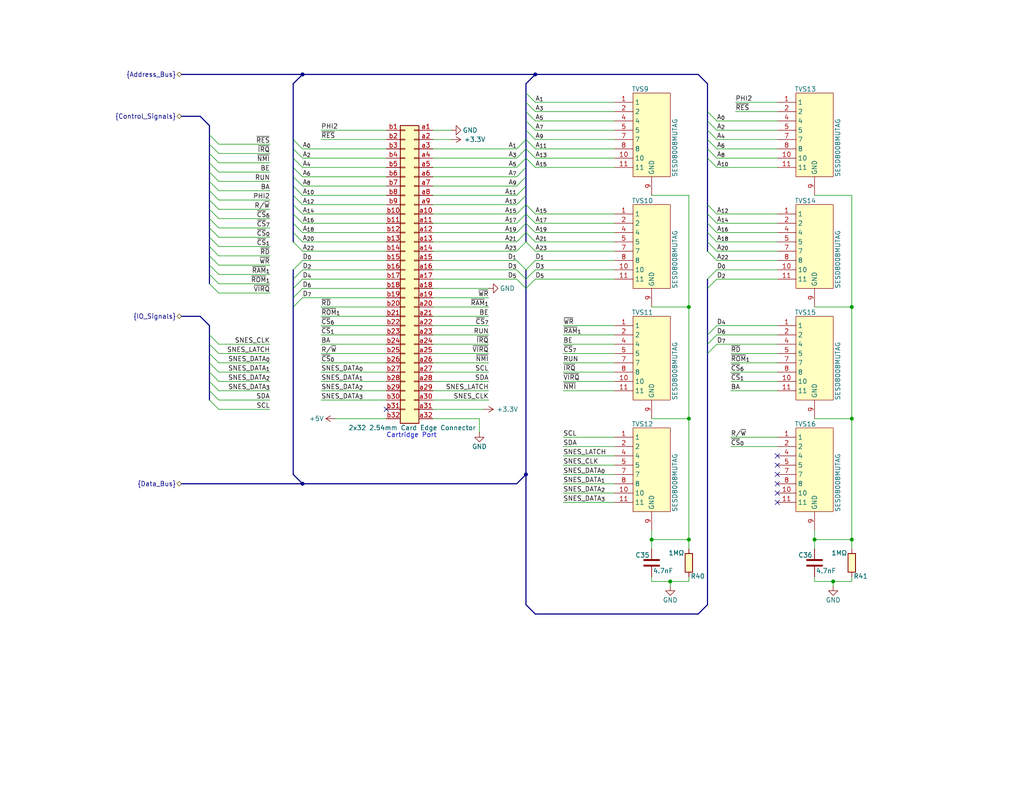
<source format=kicad_sch>
(kicad_sch (version 20231120) (generator "eeschema") (generator_version "8.0")
  (paper "USLetter")
  (lib_symbols
    (symbol "Device:C" (pin_numbers hide) (pin_names (offset 0.254))
      (property "Reference" "C" (at 0.635 2.54 0))
      (property "Value" "C" (at 0.635 -2.54 0))
      (symbol "C_0_1"
        (polyline (pts (xy -2.032 -0.762) (xy 2.032 -0.762)) (stroke (width 0.508)))
        (polyline (pts (xy -2.032 0.762) (xy 2.032 0.762)) (stroke (width 0.508)))
      )
      (symbol "C_1_1"
        (pin passive line (at 0 3.81 270) (length 2.794) (name "~") (number "1"))
        (pin passive line (at 0 -3.81 90) (length 2.794) (name "~") (number "2"))
      )
    )
    (symbol "Device:R" (pin_numbers hide) (pin_names (offset 0))
      (property "Reference" "R" (at 2.032 0 90))
      (property "Value" "R" (at 0 0 90))
      (symbol "R_1_1"
        (rectangle (start -1.016 2.54) (end 1.016 -2.54) (stroke (width 0.254)) (fill (type background)))
        (pin passive line (at 0 3.81 270) (length 1.27) (name "~") (number "1"))
        (pin passive line (at 0 -3.81 90) (length 1.27) (name "~") (number "2"))
      )
    )
    (symbol "Sentinel 65X - Prototype 4 V2:Conn_02x32_Row_Letter_First" (pin_names hide)
      (property "Reference" "P" (at 4.2183 -0.3627 0))
      (symbol "Conn_02x32_Row_Letter_First_1_1"
        (rectangle (start 3.81 -78.613) (end 5.08 -78.867) (stroke (width 0.1524)))
        (rectangle (start 3.81 -76.073) (end 5.08 -76.327) (stroke (width 0.1524)))
        (rectangle (start 3.81 -73.533) (end 5.08 -73.787) (stroke (width 0.1524)))
        (rectangle (start 3.81 -70.993) (end 5.08 -71.247) (stroke (width 0.1524)))
        (rectangle (start 3.81 -68.453) (end 5.08 -68.707) (stroke (width 0.1524)))
        (rectangle (start 3.81 -65.913) (end 5.08 -66.167) (stroke (width 0.1524)))
        (rectangle (start 3.81 -63.373) (end 5.08 -63.627) (stroke (width 0.1524)))
        (rectangle (start 3.81 -60.833) (end 5.08 -61.087) (stroke (width 0.1524)))
        (rectangle (start 3.81 -58.293) (end 5.08 -58.547) (stroke (width 0.1524)))
        (rectangle (start 3.81 -55.753) (end 5.08 -56.007) (stroke (width 0.1524)))
        (rectangle (start 3.81 -53.213) (end 5.08 -53.467) (stroke (width 0.1524)))
        (rectangle (start 3.81 -50.673) (end 5.08 -50.927) (stroke (width 0.1524)))
        (rectangle (start 3.81 -48.133) (end 5.08 -48.387) (stroke (width 0.1524)))
        (rectangle (start 3.81 -45.593) (end 5.08 -45.847) (stroke (width 0.1524)))
        (rectangle (start 3.81 -43.053) (end 5.08 -43.307) (stroke (width 0.1524)))
        (rectangle (start 3.81 -40.513) (end 5.08 -40.767) (stroke (width 0.1524)))
        (rectangle (start 3.81 -37.973) (end 5.08 -38.227) (stroke (width 0.1524)))
        (rectangle (start 3.81 -35.433) (end 5.08 -35.687) (stroke (width 0.1524)))
        (rectangle (start 3.81 -32.893) (end 5.08 -33.147) (stroke (width 0.1524)))
        (rectangle (start 3.81 -30.353) (end 5.08 -30.607) (stroke (width 0.1524)))
        (rectangle (start 3.81 -27.813) (end 5.08 -28.067) (stroke (width 0.1524)))
        (rectangle (start 3.81 -25.273) (end 5.08 -25.527) (stroke (width 0.1524)))
        (rectangle (start 3.81 -22.733) (end 5.08 -22.987) (stroke (width 0.1524)))
        (rectangle (start 3.81 -20.193) (end 5.08 -20.447) (stroke (width 0.1524)))
        (rectangle (start 3.81 -17.653) (end 5.08 -17.907) (stroke (width 0.1524)))
        (rectangle (start 3.81 -15.113) (end 5.08 -15.367) (stroke (width 0.1524)))
        (rectangle (start 3.81 -12.573) (end 5.08 -12.827) (stroke (width 0.1524)))
        (rectangle (start 3.81 -10.033) (end 5.08 -10.287) (stroke (width 0.1524)))
        (rectangle (start 3.81 -7.493) (end 5.08 -7.747) (stroke (width 0.1524)))
        (rectangle (start 3.81 -4.953) (end 5.08 -5.207) (stroke (width 0.1524)))
        (rectangle (start 3.81 -2.413) (end 5.08 -2.667) (stroke (width 0.1524)))
        (rectangle (start 3.81 -1.27) (end 8.89 -82.55) (stroke (width 0.254)) (fill (type background)))
        (rectangle (start 8.89 -78.613) (end 7.62 -78.867) (stroke (width 0.1524)))
        (rectangle (start 8.89 -76.073) (end 7.62 -76.327) (stroke (width 0.1524)))
        (rectangle (start 8.89 -73.533) (end 7.62 -73.787) (stroke (width 0.1524)))
        (rectangle (start 8.89 -70.993) (end 7.62 -71.247) (stroke (width 0.1524)))
        (rectangle (start 8.89 -68.453) (end 7.62 -68.707) (stroke (width 0.1524)))
        (rectangle (start 8.89 -65.913) (end 7.62 -66.167) (stroke (width 0.1524)))
        (rectangle (start 8.89 -63.373) (end 7.62 -63.627) (stroke (width 0.1524)))
        (rectangle (start 8.89 -60.833) (end 7.62 -61.087) (stroke (width 0.1524)))
        (rectangle (start 8.89 -58.293) (end 7.62 -58.547) (stroke (width 0.1524)))
        (rectangle (start 8.89 -55.753) (end 7.62 -56.007) (stroke (width 0.1524)))
        (rectangle (start 8.89 -53.213) (end 7.62 -53.467) (stroke (width 0.1524)))
        (rectangle (start 8.89 -50.673) (end 7.62 -50.927) (stroke (width 0.1524)))
        (rectangle (start 8.89 -48.133) (end 7.62 -48.387) (stroke (width 0.1524)))
        (rectangle (start 8.89 -45.593) (end 7.62 -45.847) (stroke (width 0.1524)))
        (rectangle (start 8.89 -43.053) (end 7.62 -43.307) (stroke (width 0.1524)))
        (rectangle (start 8.89 -40.513) (end 7.62 -40.767) (stroke (width 0.1524)))
        (rectangle (start 8.89 -37.973) (end 7.62 -38.227) (stroke (width 0.1524)))
        (rectangle (start 8.89 -35.433) (end 7.62 -35.687) (stroke (width 0.1524)))
        (rectangle (start 8.89 -32.893) (end 7.62 -33.147) (stroke (width 0.1524)))
        (rectangle (start 8.89 -30.353) (end 7.62 -30.607) (stroke (width 0.1524)))
        (rectangle (start 8.89 -27.813) (end 7.62 -28.067) (stroke (width 0.1524)))
        (rectangle (start 8.89 -25.273) (end 7.62 -25.527) (stroke (width 0.1524)))
        (rectangle (start 8.89 -22.733) (end 7.62 -22.987) (stroke (width 0.1524)))
        (rectangle (start 8.89 -20.193) (end 7.62 -20.447) (stroke (width 0.1524)))
        (rectangle (start 8.89 -17.653) (end 7.62 -17.907) (stroke (width 0.1524)))
        (rectangle (start 8.89 -15.113) (end 7.62 -15.367) (stroke (width 0.1524)))
        (rectangle (start 8.89 -12.573) (end 7.62 -12.827) (stroke (width 0.1524)))
        (rectangle (start 8.89 -10.033) (end 7.62 -10.287) (stroke (width 0.1524)))
        (rectangle (start 8.89 -7.493) (end 7.62 -7.747) (stroke (width 0.1524)))
        (rectangle (start 8.89 -4.953) (end 7.62 -5.207) (stroke (width 0.1524)))
        (rectangle (start 8.89 -2.413) (end 7.62 -2.667) (stroke (width 0.1524)))
        (pin passive line (at 0 -2.54 0) (length 3.81) (name "Pin_a1") (number "a1"))
        (pin passive line (at 0 -25.4 0) (length 3.81) (name "Pin_a10") (number "a10"))
        (pin passive line (at 0 -27.94 0) (length 3.81) (name "Pin_a11") (number "a11"))
        (pin passive line (at 0 -30.48 0) (length 3.81) (name "Pin_a12") (number "a12"))
        (pin passive line (at 0 -33.02 0) (length 3.81) (name "Pin_a13") (number "a13"))
        (pin passive line (at 0 -35.56 0) (length 3.81) (name "Pin_a14") (number "a14"))
        (pin passive line (at 0 -38.1 0) (length 3.81) (name "Pin_a15") (number "a15"))
        (pin passive line (at 0 -40.64 0) (length 3.81) (name "Pin_a16") (number "a16"))
        (pin passive line (at 0 -43.18 0) (length 3.81) (name "Pin_a17") (number "a17"))
        (pin passive line (at 0 -45.72 0) (length 3.81) (name "Pin_a18") (number "a18"))
        (pin passive line (at 0 -48.26 0) (length 3.81) (name "Pin_a19") (number "a19"))
        (pin passive line (at 0 -5.08 0) (length 3.81) (name "Pin_a2") (number "a2"))
        (pin passive line (at 0 -50.8 0) (length 3.81) (name "Pin_a20") (number "a20"))
        (pin passive line (at 0 -53.34 0) (length 3.81) (name "Pin_a21") (number "a21"))
        (pin passive line (at 0 -55.88 0) (length 3.81) (name "Pin_a22") (number "a22"))
        (pin passive line (at 0 -58.42 0) (length 3.81) (name "Pin_a23") (number "a23"))
        (pin passive line (at 0 -60.96 0) (length 3.81) (name "Pin_a24") (number "a24"))
        (pin passive line (at 0 -63.5 0) (length 3.81) (name "Pin_a25") (number "a25"))
        (pin passive line (at 0 -66.04 0) (length 3.81) (name "Pin_a26") (number "a26"))
        (pin passive line (at 0 -68.58 0) (length 3.81) (name "Pin_a27") (number "a27"))
        (pin passive line (at 0 -71.12 0) (length 3.81) (name "Pin_a28") (number "a28"))
        (pin passive line (at 0 -73.66 0) (length 3.81) (name "Pin_a29") (number "a29"))
        (pin passive line (at 0 -7.62 0) (length 3.81) (name "Pin_a3") (number "a3"))
        (pin passive line (at 0 -76.2 0) (length 3.81) (name "Pin_a30") (number "a30"))
        (pin passive line (at 0 -78.74 0) (length 3.81) (name "Pin_a31") (number "a31"))
        (pin passive line (at 0 -81.28 0) (length 3.81) (name "Pin_a32") (number "a32"))
        (pin passive line (at 0 -10.16 0) (length 3.81) (name "Pin_a4") (number "a4"))
        (pin passive line (at 0 -12.7 0) (length 3.81) (name "Pin_a5") (number "a5"))
        (pin passive line (at 0 -15.24 0) (length 3.81) (name "Pin_a6") (number "a6"))
        (pin passive line (at 0 -17.78 0) (length 3.81) (name "Pin_a7") (number "a7"))
        (pin passive line (at 0 -20.32 0) (length 3.81) (name "Pin_a8") (number "a8"))
        (pin passive line (at 0 -22.86 0) (length 3.81) (name "Pin_a9") (number "a9"))
        (pin passive line (at 12.7 -2.54 180) (length 3.81) (name "Pin_b1") (number "b1"))
        (pin passive line (at 12.7 -25.4 180) (length 3.81) (name "Pin_b10") (number "b10"))
        (pin passive line (at 12.7 -27.94 180) (length 3.81) (name "Pin_b11") (number "b11"))
        (pin passive line (at 12.7 -30.48 180) (length 3.81) (name "Pin_b12") (number "b12"))
        (pin passive line (at 12.7 -33.02 180) (length 3.81) (name "Pin_b13") (number "b13"))
        (pin passive line (at 12.7 -35.56 180) (length 3.81) (name "Pin_b14") (number "b14"))
        (pin passive line (at 12.7 -38.1 180) (length 3.81) (name "Pin_b15") (number "b15"))
        (pin passive line (at 12.7 -40.64 180) (length 3.81) (name "Pin_b16") (number "b16"))
        (pin passive line (at 12.7 -43.18 180) (length 3.81) (name "Pin_b17") (number "b17"))
        (pin passive line (at 12.7 -45.72 180) (length 3.81) (name "Pin_b18") (number "b18"))
        (pin passive line (at 12.7 -48.26 180) (length 3.81) (name "Pin_b19") (number "b19"))
        (pin passive line (at 12.7 -5.08 180) (length 3.81) (name "Pin_b2") (number "b2"))
        (pin passive line (at 12.7 -50.8 180) (length 3.81) (name "Pin_b20") (number "b20"))
        (pin passive line (at 12.7 -53.34 180) (length 3.81) (name "Pin_b21") (number "b21"))
        (pin passive line (at 12.7 -55.88 180) (length 3.81) (name "Pin_b22") (number "b22"))
        (pin passive line (at 12.7 -58.42 180) (length 3.81) (name "Pin_b23") (number "b23"))
        (pin passive line (at 12.7 -60.96 180) (length 3.81) (name "Pin_b24") (number "b24"))
        (pin passive line (at 12.7 -63.5 180) (length 3.81) (name "Pin_b25") (number "b25"))
        (pin passive line (at 12.7 -66.04 180) (length 3.81) (name "Pin_b26") (number "b26"))
        (pin passive line (at 12.7 -68.58 180) (length 3.81) (name "Pin_b27") (number "b27"))
        (pin passive line (at 12.7 -71.12 180) (length 3.81) (name "Pin_b28") (number "b28"))
        (pin passive line (at 12.7 -73.66 180) (length 3.81) (name "Pin_b29") (number "b29"))
        (pin passive line (at 12.7 -7.62 180) (length 3.81) (name "Pin_b3") (number "b3"))
        (pin passive line (at 12.7 -76.2 180) (length 3.81) (name "Pin_b30") (number "b30"))
        (pin passive line (at 12.7 -78.74 180) (length 3.81) (name "Pin_b31") (number "b31"))
        (pin passive line (at 12.7 -81.28 180) (length 3.81) (name "Pin_b32") (number "b32"))
        (pin passive line (at 12.7 -10.16 180) (length 3.81) (name "Pin_b4") (number "b4"))
        (pin passive line (at 12.7 -12.7 180) (length 3.81) (name "Pin_b5") (number "b5"))
        (pin passive line (at 12.7 -15.24 180) (length 3.81) (name "Pin_b6") (number "b6"))
        (pin passive line (at 12.7 -17.78 180) (length 3.81) (name "Pin_b7") (number "b7"))
        (pin passive line (at 12.7 -20.32 180) (length 3.81) (name "Pin_b8") (number "b8"))
        (pin passive line (at 12.7 -22.86 180) (length 3.81) (name "Pin_b9") (number "b9"))
      )
    )
    (symbol "Sentinel 65X - Prototype 4 V2:SESD8008MUTAG"
      (property "Reference" "TVS" (at 1.4943 0.8827 0))
      (property "Value" "SESD8008MUTAG" (at 2.1741 2.9086 0))
      (symbol "SESD8008MUTAG_1_1"
        (rectangle (start 0 0) (end 10.16 -22.86) (fill (type background)))
        (pin input line (at -5.08 -2.54 0) (length 5.08) (name "1") (number "1"))
        (pin input line (at -5.08 -17.78 0) (length 5.08) (name "10") (number "10"))
        (pin input line (at -5.08 -20.32 0) (length 5.08) (name "11") (number "11"))
        (pin power_in line (at 5.08 -27.94 90) (length 5.08) hide (name "GND") (number "12"))
        (pin power_in line (at 5.08 -27.94 90) (length 5.08) hide (name "GND") (number "13"))
        (pin power_in line (at 5.08 -27.94 90) (length 5.08) hide (name "GND") (number "14"))
        (pin input line (at -5.08 -5.08 0) (length 5.08) (name "2") (number "2"))
        (pin power_in line (at 5.08 -27.94 90) (length 5.08) hide (name "GND") (number "3"))
        (pin input line (at -5.08 -7.62 0) (length 5.08) (name "4") (number "4"))
        (pin input line (at -5.08 -10.16 0) (length 5.08) (name "5") (number "5"))
        (pin power_in line (at 5.08 -27.94 90) (length 5.08) hide (name "GND") (number "6"))
        (pin input line (at -5.08 -12.7 0) (length 5.08) (name "7") (number "7"))
        (pin input line (at -5.08 -15.24 0) (length 5.08) (name "8") (number "8"))
        (pin power_in line (at 5.08 -27.94 90) (length 5.08) (name "GND") (number "9"))
      )
    )
    (symbol "power:+3.3V" (power) (pin_numbers hide) (pin_names (offset 0) hide)
      (property "Value" "+3.3V" (at 0 3.556 0))
      (symbol "+3.3V_0_1"
        (polyline (pts (xy -0.762 1.27) (xy 0 2.54)))
        (polyline (pts (xy 0 0) (xy 0 2.54)))
        (polyline (pts (xy 0 2.54) (xy 0.762 1.27)))
      )
      (symbol "+3.3V_1_1"
        (pin power_in line (at 0 0 90) (length 0) (name "~") (number "1"))
      )
    )
    (symbol "power:+5V" (power) (pin_numbers hide) (pin_names (offset 0) hide)
      (property "Value" "+5V" (at 0 3.556 0))
      (symbol "+5V_0_1"
        (polyline (pts (xy -0.762 1.27) (xy 0 2.54)))
        (polyline (pts (xy 0 0) (xy 0 2.54)))
        (polyline (pts (xy 0 2.54) (xy 0.762 1.27)))
      )
      (symbol "+5V_1_1"
        (pin power_in line (at 0 0 90) (length 0) (name "~") (number "1"))
      )
    )
    (symbol "power:GND" (power) (pin_numbers hide) (pin_names (offset 0) hide)
      (property "Value" "GND" (at 0 -3.81 0))
      (symbol "GND_0_1"
        (polyline (pts (xy 0 0) (xy 0 -1.27) (xy 1.27 -1.27) (xy 0 -2.54) (xy -1.27 -1.27) (xy 0 -1.27)))
      )
      (symbol "GND_1_1"
        (pin power_in line (at 0 0 270) (length 0) (name "~") (number "1"))
      )
    )
  )
  (junction (at 82.55 20.32))
  (junction (at 232.41 114.3))
  (junction (at 232.41 147.32))
  (junction (at 187.96 147.32))
  (junction (at 187.96 114.3))
  (junction (at 232.41 83.82))
  (junction (at 227.33 158.75))
  (junction (at 146.05 20.32))
  (junction (at 222.25 147.32))
  (junction (at 177.8 147.32))
  (junction (at 82.55 132.08))
  (junction (at 182.88 158.75))
  (junction (at 187.96 83.82))
  (junction (at 143.51 129.54))
  (no_connect (at 212.09 137.16))
  (no_connect (at 212.09 124.46))
  (no_connect (at 212.09 127))
  (no_connect (at 212.09 134.62))
  (no_connect (at 212.09 132.08))
  (no_connect (at 212.09 129.54))
  (no_connect (at 105.41 111.76))
  (bus_entry (at 193.04 96.52) (size 2.54 -2.54))
  (bus_entry (at 80.01 60.96) (size 2.54 2.54))
  (bus_entry (at 193.04 91.44) (size 2.54 -2.54))
  (bus_entry (at 57.15 59.69) (size 2.54 2.54))
  (bus_entry (at 140.97 43.18) (size 2.54 -2.54))
  (bus_entry (at 80.01 38.1) (size 2.54 2.54))
  (bus_entry (at 80.01 81.28) (size 2.54 -2.54))
  (bus_entry (at 140.97 48.26) (size 2.54 -2.54))
  (bus_entry (at 80.01 76.2) (size 2.54 -2.54))
  (bus_entry (at 146.05 58.42) (size -2.54 -2.54))
  (bus_entry (at 146.05 33.02) (size -2.54 -2.54))
  (bus_entry (at 140.97 63.5) (size 2.54 -2.54))
  (bus_entry (at 140.97 40.64) (size 2.54 -2.54))
  (bus_entry (at 57.15 39.37) (size 2.54 2.54))
  (bus_entry (at 146.05 27.94) (size -2.54 -2.54))
  (bus_entry (at 140.97 73.66) (size 2.54 2.54))
  (bus_entry (at 140.97 50.8) (size 2.54 -2.54))
  (bus_entry (at 57.15 77.47) (size 2.54 2.54))
  (bus_entry (at 140.97 68.58) (size 2.54 -2.54))
  (bus_entry (at 80.01 48.26) (size 2.54 2.54))
  (bus_entry (at 146.05 35.56) (size -2.54 -2.54))
  (bus_entry (at 57.15 64.77) (size 2.54 2.54))
  (bus_entry (at 57.15 74.93) (size 2.54 2.54))
  (bus_entry (at 146.05 66.04) (size -2.54 -2.54))
  (bus_entry (at 193.04 60.96) (size 2.54 2.54))
  (bus_entry (at 80.01 55.88) (size 2.54 2.54))
  (bus_entry (at 80.01 73.66) (size 2.54 -2.54))
  (bus_entry (at 193.04 43.18) (size 2.54 2.54))
  (bus_entry (at 140.97 76.2) (size 2.54 2.54))
  (bus_entry (at 57.15 91.44) (size 2.54 2.54))
  (bus_entry (at 146.05 71.12) (size -2.54 2.54))
  (bus_entry (at 193.04 30.48) (size 2.54 2.54))
  (bus_entry (at 57.15 99.06) (size 2.54 2.54))
  (bus_entry (at 57.15 36.83) (size 2.54 2.54))
  (bus_entry (at 193.04 68.58) (size 2.54 2.54))
  (bus_entry (at 193.04 93.98) (size 2.54 -2.54))
  (bus_entry (at 57.15 104.14) (size 2.54 2.54))
  (bus_entry (at 193.04 78.74) (size 2.54 -2.54))
  (bus_entry (at 146.05 38.1) (size -2.54 -2.54))
  (bus_entry (at 140.97 55.88) (size 2.54 -2.54))
  (bus_entry (at 57.15 101.6) (size 2.54 2.54))
  (bus_entry (at 57.15 106.68) (size 2.54 2.54))
  (bus_entry (at 193.04 40.64) (size 2.54 2.54))
  (bus_entry (at 80.01 58.42) (size 2.54 2.54))
  (bus_entry (at 57.15 109.22) (size 2.54 2.54))
  (bus_entry (at 80.01 43.18) (size 2.54 2.54))
  (bus_entry (at 57.15 41.91) (size 2.54 2.54))
  (bus_entry (at 80.01 78.74) (size 2.54 -2.54))
  (bus_entry (at 193.04 76.2) (size 2.54 -2.54))
  (bus_entry (at 146.05 30.48) (size -2.54 -2.54))
  (bus_entry (at 140.97 71.12) (size 2.54 2.54))
  (bus_entry (at 146.05 76.2) (size -2.54 2.54))
  (bus_entry (at 140.97 66.04) (size 2.54 -2.54))
  (bus_entry (at 57.15 93.98) (size 2.54 2.54))
  (bus_entry (at 80.01 50.8) (size 2.54 2.54))
  (bus_entry (at 57.15 67.31) (size 2.54 2.54))
  (bus_entry (at 146.05 60.96) (size -2.54 -2.54))
  (bus_entry (at 80.01 45.72) (size 2.54 2.54))
  (bus_entry (at 57.15 52.07) (size 2.54 2.54))
  (bus_entry (at 57.15 54.61) (size 2.54 2.54))
  (bus_entry (at 193.04 35.56) (size 2.54 2.54))
  (bus_entry (at 146.05 43.18) (size -2.54 -2.54))
  (bus_entry (at 80.01 53.34) (size 2.54 2.54))
  (bus_entry (at 193.04 63.5) (size 2.54 2.54))
  (bus_entry (at 146.05 45.72) (size -2.54 -2.54))
  (bus_entry (at 193.04 55.88) (size 2.54 2.54))
  (bus_entry (at 57.15 49.53) (size 2.54 2.54))
  (bus_entry (at 80.01 63.5) (size 2.54 2.54))
  (bus_entry (at 80.01 83.82) (size 2.54 -2.54))
  (bus_entry (at 146.05 73.66) (size -2.54 2.54))
  (bus_entry (at 146.05 40.64) (size -2.54 -2.54))
  (bus_entry (at 57.15 72.39) (size 2.54 2.54))
  (bus_entry (at 57.15 96.52) (size 2.54 2.54))
  (bus_entry (at 57.15 57.15) (size 2.54 2.54))
  (bus_entry (at 57.15 62.23) (size 2.54 2.54))
  (bus_entry (at 80.01 66.04) (size 2.54 2.54))
  (bus_entry (at 57.15 69.85) (size 2.54 2.54))
  (bus_entry (at 140.97 60.96) (size 2.54 -2.54))
  (bus_entry (at 146.05 63.5) (size -2.54 -2.54))
  (bus_entry (at 140.97 45.72) (size 2.54 -2.54))
  (bus_entry (at 140.97 53.34) (size 2.54 -2.54))
  (bus_entry (at 193.04 66.04) (size 2.54 2.54))
  (bus_entry (at 193.04 33.02) (size 2.54 2.54))
  (bus_entry (at 80.01 40.64) (size 2.54 2.54))
  (bus_entry (at 57.15 46.99) (size 2.54 2.54))
  (bus_entry (at 140.97 58.42) (size 2.54 -2.54))
  (bus_entry (at 193.04 58.42) (size 2.54 2.54))
  (bus_entry (at 193.04 38.1) (size 2.54 2.54))
  (bus_entry (at 146.05 68.58) (size -2.54 -2.54))
  (bus_entry (at 57.15 44.45) (size 2.54 2.54))
  (wire (pts (xy 222.25 147.32) (xy 232.41 147.32)))
  (bus (pts (xy 143.51 55.88) (xy 143.51 53.34)))
  (bus (pts (xy 193.04 55.88) (xy 193.04 58.42)))
  (bus (pts (xy 143.51 40.64) (xy 143.51 38.1)))
  (bus (pts (xy 57.15 93.98) (xy 57.15 96.52)))
  (bus (pts (xy 193.04 38.1) (xy 193.04 40.64)))
  (wire (pts (xy 82.55 63.5) (xy 105.41 63.5)))
  (wire (pts (xy 146.05 38.1) (xy 167.64 38.1)))
  (bus (pts (xy 193.04 35.56) (xy 193.04 38.1)))
  (wire (pts (xy 153.67 93.98) (xy 167.64 93.98)))
  (bus (pts (xy 57.15 39.37) (xy 57.15 41.91)))
  (wire (pts (xy 200.66 30.48) (xy 212.09 30.48)))
  (bus (pts (xy 143.51 76.2) (xy 143.51 78.74)))
  (bus (pts (xy 80.01 55.88) (xy 80.01 53.34)))
  (bus (pts (xy 140.97 132.08) (xy 82.55 132.08)))
  (wire (pts (xy 195.58 88.9) (xy 212.09 88.9)))
  (wire (pts (xy 153.67 132.08) (xy 167.64 132.08)))
  (wire (pts (xy 195.58 68.58) (xy 212.09 68.58)))
  (bus (pts (xy 143.51 50.8) (xy 143.51 48.26)))
  (wire (pts (xy 87.63 99.06) (xy 105.41 99.06)))
  (wire (pts (xy 59.69 57.15) (xy 73.66 57.15)))
  (bus (pts (xy 193.04 96.52) (xy 193.04 165.1)))
  (bus (pts (xy 80.01 63.5) (xy 80.01 60.96)))
  (bus (pts (xy 143.51 27.94) (xy 143.51 25.4)))
  (wire (pts (xy 182.88 158.75) (xy 182.88 160.02)))
  (wire (pts (xy 59.69 46.99) (xy 73.66 46.99)))
  (wire (pts (xy 59.69 69.85) (xy 73.66 69.85)))
  (wire (pts (xy 59.69 80.01) (xy 73.66 80.01)))
  (wire (pts (xy 195.58 63.5) (xy 212.09 63.5)))
  (bus (pts (xy 54.61 86.36) (xy 57.15 88.9)))
  (bus (pts (xy 143.51 33.02) (xy 143.51 30.48)))
  (wire (pts (xy 82.55 43.18) (xy 105.41 43.18)))
  (wire (pts (xy 153.67 88.9) (xy 167.64 88.9)))
  (wire (pts (xy 146.05 73.66) (xy 167.64 73.66)))
  (bus (pts (xy 143.51 45.72) (xy 143.51 43.18)))
  (bus (pts (xy 80.01 22.86) (xy 82.55 20.32)))
  (wire (pts (xy 59.69 62.23) (xy 73.66 62.23)))
  (wire (pts (xy 118.11 48.26) (xy 140.97 48.26)))
  (wire (pts (xy 82.55 53.34) (xy 105.41 53.34)))
  (wire (pts (xy 82.55 66.04) (xy 105.41 66.04)))
  (wire (pts (xy 153.67 137.16) (xy 167.64 137.16)))
  (wire (pts (xy 59.69 49.53) (xy 73.66 49.53)))
  (wire (pts (xy 222.25 53.34) (xy 232.41 53.34)))
  (wire (pts (xy 222.25 114.3) (xy 232.41 114.3)))
  (bus (pts (xy 57.15 99.06) (xy 57.15 101.6)))
  (wire (pts (xy 59.69 74.93) (xy 73.66 74.93)))
  (wire (pts (xy 118.11 45.72) (xy 140.97 45.72)))
  (bus (pts (xy 80.01 50.8) (xy 80.01 48.26)))
  (wire (pts (xy 105.41 114.3) (xy 91.44 114.3)))
  (wire (pts (xy 153.67 96.52) (xy 167.64 96.52)))
  (wire (pts (xy 153.67 106.68) (xy 167.64 106.68)))
  (wire (pts (xy 199.39 106.68) (xy 212.09 106.68)))
  (bus (pts (xy 57.15 88.9) (xy 57.15 91.44)))
  (bus (pts (xy 193.04 22.86) (xy 193.04 30.48)))
  (bus (pts (xy 143.51 43.18) (xy 143.51 40.64)))
  (wire (pts (xy 82.55 81.28) (xy 105.41 81.28)))
  (bus (pts (xy 143.51 22.86) (xy 143.51 25.4)))
  (bus (pts (xy 143.51 73.66) (xy 143.51 76.2)))
  (wire (pts (xy 59.69 109.22) (xy 73.66 109.22)))
  (wire (pts (xy 177.8 158.75) (xy 182.88 158.75)))
  (bus (pts (xy 57.15 104.14) (xy 57.15 106.68)))
  (wire (pts (xy 195.58 45.72) (xy 212.09 45.72)))
  (wire (pts (xy 153.67 101.6) (xy 167.64 101.6)))
  (wire (pts (xy 118.11 66.04) (xy 140.97 66.04)))
  (wire (pts (xy 199.39 104.14) (xy 212.09 104.14)))
  (bus (pts (xy 80.01 81.28) (xy 80.01 83.82)))
  (wire (pts (xy 195.58 43.18) (xy 212.09 43.18)))
  (wire (pts (xy 232.41 53.34) (xy 232.41 83.82)))
  (wire (pts (xy 222.25 158.75) (xy 227.33 158.75)))
  (bus (pts (xy 49.53 20.32) (xy 82.55 20.32)))
  (bus (pts (xy 143.51 66.04) (xy 143.51 63.5)))
  (bus (pts (xy 49.53 132.08) (xy 82.55 132.08)))
  (bus (pts (xy 57.15 57.15) (xy 57.15 59.69)))
  (wire (pts (xy 195.58 33.02) (xy 212.09 33.02)))
  (bus (pts (xy 193.04 43.18) (xy 193.04 55.88)))
  (bus (pts (xy 193.04 63.5) (xy 193.04 66.04)))
  (bus (pts (xy 193.04 58.42) (xy 193.04 60.96)))
  (wire (pts (xy 118.11 111.76) (xy 132.08 111.76)))
  (wire (pts (xy 87.63 86.36) (xy 105.41 86.36)))
  (wire (pts (xy 195.58 35.56) (xy 212.09 35.56)))
  (wire (pts (xy 195.58 38.1) (xy 212.09 38.1)))
  (wire (pts (xy 59.69 96.52) (xy 73.66 96.52)))
  (wire (pts (xy 182.88 158.75) (xy 187.96 158.75)))
  (wire (pts (xy 59.69 67.31) (xy 73.66 67.31)))
  (wire (pts (xy 177.8 83.82) (xy 187.96 83.82)))
  (wire (pts (xy 59.69 101.6) (xy 73.66 101.6)))
  (wire (pts (xy 82.55 71.12) (xy 105.41 71.12)))
  (wire (pts (xy 153.67 129.54) (xy 167.64 129.54)))
  (wire (pts (xy 118.11 38.1) (xy 123.19 38.1)))
  (bus (pts (xy 57.15 41.91) (xy 57.15 44.45)))
  (wire (pts (xy 82.55 58.42) (xy 105.41 58.42)))
  (bus (pts (xy 193.04 40.64) (xy 193.04 43.18)))
  (bus (pts (xy 80.01 60.96) (xy 80.01 58.42)))
  (bus (pts (xy 146.05 167.64) (xy 190.5 167.64)))
  (wire (pts (xy 133.35 91.44) (xy 118.11 91.44)))
  (wire (pts (xy 153.67 134.62) (xy 167.64 134.62)))
  (bus (pts (xy 80.01 38.1) (xy 80.01 22.86)))
  (wire (pts (xy 146.05 58.42) (xy 167.64 58.42)))
  (bus (pts (xy 80.01 40.64) (xy 80.01 38.1)))
  (bus (pts (xy 80.01 83.82) (xy 80.01 129.54)))
  (bus (pts (xy 80.01 43.18) (xy 80.01 40.64)))
  (wire (pts (xy 232.41 114.3) (xy 232.41 147.32)))
  (wire (pts (xy 133.35 99.06) (xy 118.11 99.06)))
  (bus (pts (xy 57.15 106.68) (xy 57.15 109.22)))
  (bus (pts (xy 193.04 91.44) (xy 193.04 93.98)))
  (wire (pts (xy 187.96 147.32) (xy 187.96 149.86)))
  (wire (pts (xy 199.39 96.52) (xy 212.09 96.52)))
  (bus (pts (xy 57.15 59.69) (xy 57.15 62.23)))
  (wire (pts (xy 118.11 55.88) (xy 140.97 55.88)))
  (wire (pts (xy 118.11 73.66) (xy 140.97 73.66)))
  (wire (pts (xy 118.11 93.98) (xy 133.35 93.98)))
  (wire (pts (xy 195.58 66.04) (xy 212.09 66.04)))
  (wire (pts (xy 153.67 127) (xy 167.64 127)))
  (wire (pts (xy 87.63 38.1) (xy 105.41 38.1)))
  (wire (pts (xy 153.67 119.38) (xy 167.64 119.38)))
  (wire (pts (xy 133.35 88.9) (xy 118.11 88.9)))
  (wire (pts (xy 118.11 43.18) (xy 140.97 43.18)))
  (wire (pts (xy 146.05 35.56) (xy 167.64 35.56)))
  (bus (pts (xy 57.15 36.83) (xy 57.15 39.37)))
  (wire (pts (xy 59.69 54.61) (xy 73.66 54.61)))
  (wire (pts (xy 187.96 53.34) (xy 187.96 83.82)))
  (bus (pts (xy 57.15 101.6) (xy 57.15 104.14)))
  (wire (pts (xy 177.8 53.34) (xy 187.96 53.34)))
  (wire (pts (xy 59.69 52.07) (xy 73.66 52.07)))
  (wire (pts (xy 59.69 39.37) (xy 73.66 39.37)))
  (wire (pts (xy 177.8 158.75) (xy 177.8 157.48)))
  (wire (pts (xy 82.55 40.64) (xy 105.41 40.64)))
  (wire (pts (xy 232.41 158.75) (xy 232.41 157.48)))
  (wire (pts (xy 87.63 101.6) (xy 105.41 101.6)))
  (wire (pts (xy 87.63 109.22) (xy 105.41 109.22)))
  (bus (pts (xy 57.15 62.23) (xy 57.15 64.77)))
  (bus (pts (xy 57.15 67.31) (xy 57.15 69.85)))
  (wire (pts (xy 118.11 76.2) (xy 140.97 76.2)))
  (bus (pts (xy 82.55 20.32) (xy 146.05 20.32)))
  (wire (pts (xy 82.55 68.58) (xy 105.41 68.58)))
  (wire (pts (xy 59.69 93.98) (xy 73.66 93.98)))
  (wire (pts (xy 87.63 93.98) (xy 105.41 93.98)))
  (wire (pts (xy 222.25 147.32) (xy 222.25 144.78)))
  (bus (pts (xy 143.51 165.1) (xy 146.05 167.64)))
  (wire (pts (xy 146.05 63.5) (xy 167.64 63.5)))
  (wire (pts (xy 153.67 91.44) (xy 167.64 91.44)))
  (bus (pts (xy 57.15 74.93) (xy 57.15 77.47)))
  (wire (pts (xy 153.67 99.06) (xy 167.64 99.06)))
  (wire (pts (xy 130.81 114.3) (xy 130.81 118.11)))
  (bus (pts (xy 143.51 30.48) (xy 143.51 27.94)))
  (bus (pts (xy 80.01 78.74) (xy 80.01 81.28)))
  (wire (pts (xy 59.69 41.91) (xy 73.66 41.91)))
  (wire (pts (xy 200.66 27.94) (xy 212.09 27.94)))
  (wire (pts (xy 87.63 106.68) (xy 105.41 106.68)))
  (wire (pts (xy 82.55 76.2) (xy 105.41 76.2)))
  (wire (pts (xy 82.55 55.88) (xy 105.41 55.88)))
  (wire (pts (xy 59.69 99.06) (xy 73.66 99.06)))
  (bus (pts (xy 49.53 31.75) (xy 54.61 31.75)))
  (wire (pts (xy 146.05 27.94) (xy 167.64 27.94)))
  (bus (pts (xy 193.04 76.2) (xy 193.04 78.74)))
  (wire (pts (xy 187.96 158.75) (xy 187.96 157.48)))
  (bus (pts (xy 143.51 35.56) (xy 143.51 33.02)))
  (wire (pts (xy 118.11 53.34) (xy 140.97 53.34)))
  (wire (pts (xy 222.25 158.75) (xy 222.25 157.48)))
  (wire (pts (xy 146.05 40.64) (xy 167.64 40.64)))
  (wire (pts (xy 118.11 35.56) (xy 123.19 35.56)))
  (bus (pts (xy 193.04 165.1) (xy 190.5 167.64)))
  (bus (pts (xy 54.61 -90.17) (xy 69.85 -90.17)))
  (wire (pts (xy 118.11 50.8) (xy 140.97 50.8)))
  (wire (pts (xy 177.8 114.3) (xy 187.96 114.3)))
  (wire (pts (xy 146.05 68.58) (xy 167.64 68.58)))
  (wire (pts (xy 82.55 60.96) (xy 105.41 60.96)))
  (bus (pts (xy 143.51 129.54) (xy 143.51 165.1)))
  (wire (pts (xy 195.58 93.98) (xy 212.09 93.98)))
  (wire (pts (xy 59.69 64.77) (xy 73.66 64.77)))
  (wire (pts (xy 195.58 71.12) (xy 212.09 71.12)))
  (wire (pts (xy 59.69 59.69) (xy 73.66 59.69)))
  (bus (pts (xy 193.04 22.86) (xy 190.5 20.32)))
  (bus (pts (xy 193.04 60.96) (xy 193.04 63.5)))
  (wire (pts (xy 118.11 104.14) (xy 133.35 104.14)))
  (bus (pts (xy 57.15 54.61) (xy 57.15 57.15)))
  (wire (pts (xy 195.58 91.44) (xy 212.09 91.44)))
  (wire (pts (xy 87.63 35.56) (xy 105.41 35.56)))
  (bus (pts (xy 193.04 78.74) (xy 193.04 91.44)))
  (wire (pts (xy 82.55 45.72) (xy 105.41 45.72)))
  (bus (pts (xy 57.15 96.52) (xy 57.15 99.06)))
  (wire (pts (xy 227.33 158.75) (xy 227.33 160.02)))
  (wire (pts (xy 146.05 33.02) (xy 167.64 33.02)))
  (wire (pts (xy 227.33 158.75) (xy 232.41 158.75)))
  (bus (pts (xy 143.51 48.26) (xy 143.51 45.72)))
  (wire (pts (xy 82.55 78.74) (xy 105.41 78.74)))
  (wire (pts (xy 146.05 76.2) (xy 167.64 76.2)))
  (bus (pts (xy 193.04 33.02) (xy 193.04 35.56)))
  (wire (pts (xy 118.11 68.58) (xy 140.97 68.58)))
  (wire (pts (xy 153.67 104.14) (xy 167.64 104.14)))
  (wire (pts (xy 118.11 40.64) (xy 140.97 40.64)))
  (wire (pts (xy 146.05 30.48) (xy 167.64 30.48)))
  (wire (pts (xy 232.41 83.82) (xy 232.41 114.3)))
  (wire (pts (xy 118.11 109.22) (xy 133.35 109.22)))
  (bus (pts (xy 82.55 132.08) (xy 80.01 129.54)))
  (bus (pts (xy 143.51 78.74) (xy 143.51 129.54)))
  (wire (pts (xy 187.96 114.3) (xy 187.96 147.32)))
  (wire (pts (xy 118.11 63.5) (xy 140.97 63.5)))
  (wire (pts (xy 199.39 99.06) (xy 212.09 99.06)))
  (bus (pts (xy 143.51 53.34) (xy 143.51 50.8)))
  (bus (pts (xy 193.04 93.98) (xy 193.04 96.52)))
  (wire (pts (xy 87.63 96.52) (xy 105.41 96.52)))
  (wire (pts (xy 146.05 60.96) (xy 167.64 60.96)))
  (wire (pts (xy 87.63 83.82) (xy 105.41 83.82)))
  (wire (pts (xy 187.96 83.82) (xy 187.96 114.3)))
  (wire (pts (xy 177.8 147.32) (xy 187.96 147.32)))
  (bus (pts (xy 57.15 52.07) (xy 57.15 54.61)))
  (bus (pts (xy 57.15 64.77) (xy 57.15 67.31)))
  (wire (pts (xy 87.63 91.44) (xy 105.41 91.44)))
  (wire (pts (xy 59.69 77.47) (xy 73.66 77.47)))
  (bus (pts (xy 146.05 20.32) (xy 190.5 20.32)))
  (bus (pts (xy 143.51 58.42) (xy 143.51 55.88)))
  (bus (pts (xy 57.15 44.45) (xy 57.15 46.99)))
  (wire (pts (xy 59.69 106.68) (xy 73.66 106.68)))
  (wire (pts (xy 146.05 45.72) (xy 167.64 45.72)))
  (wire (pts (xy 82.55 73.66) (xy 105.41 73.66)))
  (wire (pts (xy 133.35 81.28) (xy 118.11 81.28)))
  (bus (pts (xy 80.01 58.42) (xy 80.01 55.88)))
  (wire (pts (xy 118.11 114.3) (xy 130.81 114.3)))
  (bus (pts (xy 143.51 60.96) (xy 143.51 58.42)))
  (wire (pts (xy 133.35 83.82) (xy 118.11 83.82)))
  (bus (pts (xy 143.51 129.54) (xy 140.97 132.08)))
  (wire (pts (xy 146.05 43.18) (xy 167.64 43.18)))
  (bus (pts (xy 57.15 91.44) (xy 57.15 93.98)))
  (wire (pts (xy 59.69 104.14) (xy 73.66 104.14)))
  (wire (pts (xy 153.67 124.46) (xy 167.64 124.46)))
  (wire (pts (xy 146.05 71.12) (xy 167.64 71.12)))
  (wire (pts (xy 146.05 66.04) (xy 167.64 66.04)))
  (wire (pts (xy 177.8 147.32) (xy 177.8 149.86)))
  (bus (pts (xy 57.15 69.85) (xy 57.15 72.39)))
  (wire (pts (xy 118.11 101.6) (xy 133.35 101.6)))
  (wire (pts (xy 118.11 106.68) (xy 133.35 106.68)))
  (wire (pts (xy 232.41 147.32) (xy 232.41 149.86)))
  (wire (pts (xy 87.63 104.14) (xy 105.41 104.14)))
  (bus (pts (xy 49.53 86.36) (xy 54.61 86.36)))
  (wire (pts (xy 59.69 72.39) (xy 73.66 72.39)))
  (wire (pts (xy 118.11 71.12) (xy 140.97 71.12)))
  (wire (pts (xy 177.8 144.78) (xy 177.8 147.32)))
  (wire (pts (xy 118.11 86.36) (xy 133.35 86.36)))
  (wire (pts (xy 87.63 88.9) (xy 105.41 88.9)))
  (wire (pts (xy 199.39 119.38) (xy 212.09 119.38)))
  (bus (pts (xy 57.15 72.39) (xy 57.15 74.93)))
  (wire (pts (xy 222.25 83.82) (xy 232.41 83.82)))
  (wire (pts (xy 153.67 121.92) (xy 167.64 121.92)))
  (bus (pts (xy 193.04 66.04) (xy 193.04 68.58)))
  (wire (pts (xy 118.11 58.42) (xy 140.97 58.42)))
  (bus (pts (xy 193.04 30.48) (xy 193.04 33.02)))
  (bus (pts (xy 80.01 76.2) (xy 80.01 78.74)))
  (bus (pts (xy 57.15 34.29) (xy 57.15 36.83)))
  (wire (pts (xy 195.58 40.64) (xy 212.09 40.64)))
  (wire (pts (xy 222.25 147.32) (xy 222.25 149.86)))
  (bus (pts (xy 80.01 48.26) (xy 80.01 45.72)))
  (wire (pts (xy 82.55 48.26) (xy 105.41 48.26)))
  (wire (pts (xy 195.58 73.66) (xy 212.09 73.66)))
  (wire (pts (xy 195.58 58.42) (xy 212.09 58.42)))
  (bus (pts (xy 143.51 38.1) (xy 143.51 35.56)))
  (bus (pts (xy 57.15 46.99) (xy 57.15 49.53)))
  (bus (pts (xy 80.01 45.72) (xy 80.01 43.18)))
  (wire (pts (xy 199.39 101.6) (xy 212.09 101.6)))
  (wire (pts (xy 199.39 121.92) (xy 212.09 121.92)))
  (bus (pts (xy 143.51 22.86) (xy 146.05 20.32)))
  (wire (pts (xy 118.11 78.74) (xy 133.35 78.74)))
  (wire (pts (xy 82.55 50.8) (xy 105.41 50.8)))
  (bus (pts (xy 80.01 73.66) (xy 80.01 76.2)))
  (bus (pts (xy 54.61 31.75) (xy 57.15 34.29)))
  (wire (pts (xy 195.58 76.2) (xy 212.09 76.2)))
  (bus (pts (xy 80.01 63.5) (xy 80.01 66.04)))
  (bus (pts (xy 143.51 63.5) (xy 143.51 60.96)))
  (wire (pts (xy 118.11 96.52) (xy 133.35 96.52)))
  (wire (pts (xy 59.69 111.76) (xy 73.66 111.76)))
  (wire (pts (xy 118.11 60.96) (xy 140.97 60.96)))
  (bus (pts (xy 80.01 53.34) (xy 80.01 50.8)))
  (wire (pts (xy 59.69 44.45) (xy 73.66 44.45)))
  (bus (pts (xy 57.15 49.53) (xy 57.15 52.07)))
  (wire (pts (xy 195.58 60.96) (xy 212.09 60.96)))
  (text "Cartridge Port" (at 105.3892 119.6434 0) (effects (font (size 1.27 1.27)) (justify left bottom)))
  (label "A_{20}" (at 82.55 66.04 0))
  (label "A_{2}" (at 195.58 35.56 0))
  (label "A_{11}" (at 140.97 53.34 180))
  (label "SNES_DATA_{2}" (at 73.66 104.14 180))
  (label "~{NMI}" (at 153.67 106.68 0))
  (label "SNES_CLK" (at 133.35 109.22 180))
  (label "D_{2}" (at 195.58 76.2 0))
  (label "~{CS}_{0}" (at 199.39 121.92 0))
  (label "~{IRQ}" (at 153.67 101.6 0))
  (label "A_{5}" (at 146.05 33.02 0))
  (label "~{RD}" (at 87.63 83.82 0))
  (label "D_{1}" (at 140.97 71.12 180))
  (label "A_{16}" (at 195.58 63.5 0))
  (label "A_{15}" (at 146.05 45.72 0))
  (label "A_{21}" (at 146.05 66.04 0))
  (label "R{slash}~{W}" (at 199.39 119.38 0))
  (label "A_{17}" (at 146.05 60.96 0))
  (label "~{CS}_{6}" (at 73.66 59.69 180))
  (label "PHI2" (at 200.66 27.94 0))
  (label "D_{3}" (at 146.05 73.66 0))
  (label "A_{19}" (at 146.05 63.5 0))
  (label "A_{13}" (at 140.97 55.88 180))
  (label "RUN" (at 133.35 91.44 180))
  (label "A_{23}" (at 146.05 68.58 0))
  (label "SNES_DATA_{3}" (at 87.63 109.22 0))
  (label "D_{6}" (at 195.58 91.44 0))
  (label "SCL" (at 133.35 101.6 180))
  (label "RUN" (at 73.66 49.53 180))
  (label "BA" (at 87.63 93.98 0))
  (label "SNES_DATA_{0}" (at 73.66 99.06 180))
  (label "A_{14}" (at 195.58 60.96 0))
  (label "A_{14}" (at 82.55 58.42 0))
  (label "A_{2}" (at 82.55 43.18 0))
  (label "A_{6}" (at 82.55 48.26 0))
  (label "~{RES}" (at 73.66 39.37 180))
  (label "SNES_CLK" (at 153.67 127 0))
  (label "SNES_DATA_{1}" (at 87.63 104.14 0))
  (label "A_{16}" (at 82.55 60.96 0))
  (label "A_{0}" (at 82.55 40.64 0))
  (label "A_{9}" (at 140.97 50.8 180))
  (label "SNES_DATA_{3}" (at 153.67 137.16 0))
  (label "SNES_CLK" (at 73.66 93.98 180))
  (label "A_{17}" (at 140.97 60.96 180))
  (label "A_{9}" (at 146.05 38.1 0))
  (label "BA" (at 199.39 106.68 0))
  (label "D_{0}" (at 195.58 73.66 0))
  (label "SNES_DATA_{1}" (at 153.67 132.08 0))
  (label "BA" (at 73.66 52.07 180))
  (label "SNES_DATA_{0}" (at 87.63 101.6 0))
  (label "A_{3}" (at 140.97 43.18 180))
  (label "D_{1}" (at 146.05 71.12 0))
  (label "D_{5}" (at 146.05 76.2 0))
  (label "PHI2" (at 73.66 54.61 180))
  (label "A_{10}" (at 82.55 53.34 0))
  (label "~{WR}" (at 133.35 81.28 180))
  (label "D_{5}" (at 140.97 76.2 180))
  (label "A_{20}" (at 195.58 68.58 0))
  (label "~{CS}_{7}" (at 133.35 88.9 180))
  (label "A_{12}" (at 82.55 55.88 0))
  (label "A_{6}" (at 195.58 40.64 0))
  (label "~{VIRQ}" (at 73.66 80.01 180))
  (label "~{RAM}_{1}" (at 73.66 74.93 180))
  (label "D_{0}" (at 82.55 71.12 0))
  (label "A_{23}" (at 140.97 68.58 180))
  (label "D_{4}" (at 82.55 76.2 0))
  (label "~{CS}_{1}" (at 87.63 91.44 0))
  (label "A_{15}" (at 146.05 58.42 0))
  (label "~{ROM}_{1}" (at 73.66 77.47 180))
  (label "~{CS}_{6}" (at 199.39 101.6 0))
  (label "~{RAM}_{1}" (at 133.35 83.82 180))
  (label "D_{3}" (at 140.97 73.66 180))
  (label "~{RAM}_{1}" (at 153.67 91.44 0))
  (label "SNES_DATA_{1}" (at 73.66 101.6 180))
  (label "SNES_DATA_{3}" (at 73.66 106.68 180))
  (label "RUN" (at 153.67 99.06 0))
  (label "A_{12}" (at 195.58 58.42 0))
  (label "~{CS}_{0}" (at 87.63 99.06 0))
  (label "A_{8}" (at 82.55 50.8 0))
  (label "D_{7}" (at 82.55 81.28 0))
  (label "~{IRQ}" (at 133.35 93.98 180))
  (label "A_{19}" (at 140.97 63.5 180))
  (label "A_{22}" (at 195.58 71.12 0))
  (label "SCL" (at 153.67 119.38 0))
  (label "~{NMI}" (at 73.66 44.45 180))
  (label "SNES_DATA_{2}" (at 153.67 134.62 0))
  (label "D_{2}" (at 82.55 73.66 0))
  (label "A_{13}" (at 146.05 43.18 0))
  (label "BE" (at 73.66 46.99 180))
  (label "A_{22}" (at 82.55 68.58 0))
  (label "A_{21}" (at 140.97 66.04 180))
  (label "~{CS}_{0}" (at 73.66 64.77 180))
  (label "~{CS}_{7}" (at 73.66 62.23 180))
  (label "A_{4}" (at 195.58 38.1 0))
  (label "A_{7}" (at 146.05 35.56 0))
  (label "~{ROM}_{1}" (at 87.63 86.36 0))
  (label "D_{7}" (at 195.58 93.98 0))
  (label "SNES_DATA_{0}" (at 153.67 129.54 0))
  (label "A_{4}" (at 82.55 45.72 0))
  (label "A_{3}" (at 146.05 30.48 0))
  (label "A_{11}" (at 146.05 40.64 0))
  (label "~{RD}" (at 73.66 69.85 180))
  (label "A_{0}" (at 195.58 33.02 0))
  (label "~{RES}" (at 87.63 38.1 0))
  (label "SDA" (at 73.66 109.22 180))
  (label "BE" (at 133.35 86.36 180))
  (label "~{WR}" (at 153.67 88.9 0))
  (label "~{RD}" (at 199.39 96.52 0))
  (label "~{WR}" (at 73.66 72.39 180))
  (label "SNES_LATCH" (at 133.35 106.68 180))
  (label "~{VIRQ}" (at 133.35 96.52 180))
  (label "~{IRQ}" (at 73.66 41.91 180))
  (label "A_{15}" (at 140.97 58.42 180))
  (label "~{ROM}_{1}" (at 199.39 99.06 0))
  (label "~{NMI}" (at 133.35 99.06 180))
  (label "D_{4}" (at 195.58 88.9 0))
  (label "~{CS}_{1}" (at 73.66 67.31 180))
  (label "SDA" (at 133.35 104.14 180))
  (label "PHI2" (at 87.63 35.56 0))
  (label "A_{18}" (at 195.58 66.04 0))
  (label "~{CS}_{6}" (at 87.63 88.9 0))
  (label "R{slash}~{W}" (at 73.66 57.15 180))
  (label "SNES_LATCH" (at 153.67 124.46 0))
  (label "A_{10}" (at 195.58 45.72 0))
  (label "A_{1}" (at 140.97 40.64 180))
  (label "SNES_LATCH" (at 73.66 96.52 180))
  (label "A_{18}" (at 82.55 63.5 0))
  (label "~{CS}_{1}" (at 199.39 104.14 0))
  (label "A_{7}" (at 140.97 48.26 180))
  (label "~{RES}" (at 200.66 30.48 0))
  (label "A_{1}" (at 146.05 27.94 0))
  (label "~{CS}_{7}" (at 153.67 96.52 0))
  (label "BE" (at 153.67 93.98 0))
  (label "D_{6}" (at 82.55 78.74 0))
  (label "R{slash}~{W}" (at 87.63 96.52 0))
  (label "SDA" (at 153.67 121.92 0))
  (label "A_{5}" (at 140.97 45.72 180))
  (label "SNES_DATA_{2}" (at 87.63 106.68 0))
  (label "~{VIRQ}" (at 153.67 104.14 0))
  (label "SCL" (at 73.66 111.76 180))
  (label "A_{8}" (at 195.58 43.18 0))
  (hierarchical_label "{Address_Bus}" (shape tri_state) (at 49.53 20.32 180))
  (hierarchical_label "{Control_Signals}" (shape bidirectional) (at 49.53 31.75 180))
  (hierarchical_label "{IO_Signals}" (shape bidirectional) (at 49.53 86.36 180))
  (hierarchical_label "{Address_Bus}" (shape bidirectional) (at 54.61 -90.17 180))
  (hierarchical_label "{Data_Bus}" (shape tri_state) (at 49.53 132.08 180))
  (symbol (lib_id "power:GND") (at 182.88 160.02 0) (unit 1)
    (property "Reference" "#PWR0124" (effects (hide yes)))
    (property "Value" "GND" (at 182.88 163.83 0))
    (property "Description" "Power symbol creates a global label with name \"GND\" , ground" (effects (hide yes)))
  )
  (symbol (lib_id "power:GND") (at 130.81 118.11 0) (unit 1)
    (property "Reference" "#PWR0121" (effects (hide yes)))
    (property "Value" "GND" (at 130.81 121.92 0))
  )
  (symbol (lib_id "Sentinel 65X - Prototype 4 V2:SESD8008MUTAG") (at 217.17 55.88 0) (unit 1)
    (property "Reference" "TVS14" (at 216.7831 54.8234 0) (effects (justify left)))
    (property "Value" "SESD8008MUTAG" (at 228.5854 78.8218 90) (effects (justify left)))
    (property "Footprint" "Sentinel 65X - Prototype 4 V2:SESD8008MUTAG" (effects (hide yes)))
    (property "Datasheet" "https://www.mouser.ca/datasheet/2/308/1/ESD8008_D-2311521.pdf" (effects (hide yes)))
    (property "Description" "8-lane ESD Protection Diode" (effects (hide yes)))
  )
  (symbol (lib_id "Sentinel 65X - Prototype 4 V2:SESD8008MUTAG") (at 172.72 116.84 0) (unit 1)
    (property "Reference" "TVS12" (at 172.3331 115.7834 0) (effects (justify left)))
    (property "Value" "SESD8008MUTAG" (at 184.1354 139.7818 90) (effects (justify left)))
    (property "Footprint" "Sentinel 65X - Prototype 4 V2:SESD8008MUTAG" (effects (hide yes)))
    (property "Datasheet" "https://www.mouser.ca/datasheet/2/308/1/ESD8008_D-2311521.pdf" (effects (hide yes)))
    (property "Description" "8-lane ESD Protection Diode" (effects (hide yes)))
  )
  (symbol (lib_id "power:+3.3V") (at 123.19 38.1 270) (unit 1)
    (property "Reference" "#PWR0120" (effects (hide yes)))
    (property "Value" "+3.3V" (at 129.54 38.1 90))
  )
  (symbol (lib_id "Sentinel 65X - Prototype 4 V2:SESD8008MUTAG") (at 217.17 86.36 0) (unit 1)
    (property "Reference" "TVS15" (at 216.7831 85.3034 0) (effects (justify left)))
    (property "Value" "SESD8008MUTAG" (at 228.5854 109.3018 90) (effects (justify left)))
    (property "Footprint" "Sentinel 65X - Prototype 4 V2:SESD8008MUTAG" (effects (hide yes)))
    (property "Datasheet" "https://www.mouser.ca/datasheet/2/308/1/ESD8008_D-2311521.pdf" (effects (hide yes)))
    (property "Description" "8-lane ESD Protection Diode" (effects (hide yes)))
  )
  (symbol (lib_id "Device:R") (at 187.96 153.67 180) (unit 1)
    (property "Reference" "R40" (at 190.3961 157.3162 0))
    (property "Value" "1MΩ" (at 184.5537 150.974 0))
    (property "Footprint" "Resistor_SMD:R_0402_1005Metric" (effects (hide yes)))
    (property "Description" "Resistor" (effects (hide yes)))
  )
  (symbol (lib_id "Sentinel 65X - Prototype 4 V2:Conn_02x32_Row_Letter_First") (at 118.11 33.02 0) (mirror y) (unit 1)
    (property "Reference" "J6" (at 116.84 -7.62 0))
    (property "Value" "2x32 2.54mm Card Edge Connector" (at 112.4648 116.8019 0))
    (property "Footprint" "Sentinel 65X - Prototype 4 V2:Sentinel 65X Cartridge Port" (effects (hide yes)))
  )
  (symbol (lib_id "Sentinel 65X - Prototype 4 V2:SESD8008MUTAG") (at 217.17 25.4 0) (unit 1)
    (property "Reference" "TVS13" (at 216.7831 24.3434 0) (effects (justify left)))
    (property "Value" "SESD8008MUTAG" (at 228.5854 48.3418 90) (effects (justify left)))
    (property "Footprint" "Sentinel 65X - Prototype 4 V2:SESD8008MUTAG" (effects (hide yes)))
    (property "Datasheet" "https://www.mouser.ca/datasheet/2/308/1/ESD8008_D-2311521.pdf" (effects (hide yes)))
    (property "Description" "8-lane ESD Protection Diode" (effects (hide yes)))
  )
  (symbol (lib_id "Device:R") (at 232.41 153.67 180) (unit 1)
    (property "Reference" "R41" (at 234.8461 157.3162 0))
    (property "Value" "1MΩ" (at 229.0037 150.974 0))
    (property "Footprint" "Resistor_SMD:R_0402_1005Metric" (effects (hide yes)))
    (property "Description" "Resistor" (effects (hide yes)))
  )
  (symbol (lib_id "power:GND") (at 133.35 78.74 90) (unit 1)
    (property "Reference" "#PWR0123" (effects (hide yes)))
    (property "Value" "GND" (at 138.43 78.74 90))
  )
  (symbol (lib_id "Sentinel 65X - Prototype 4 V2:SESD8008MUTAG") (at 172.72 25.4 0) (unit 1)
    (property "Reference" "TVS9" (at 172.3331 24.3434 0) (effects (justify left)))
    (property "Value" "SESD8008MUTAG" (at 184.1354 48.3418 90) (effects (justify left)))
    (property "Footprint" "Sentinel 65X - Prototype 4 V2:SESD8008MUTAG" (effects (hide yes)))
    (property "Datasheet" "https://www.mouser.ca/datasheet/2/308/1/ESD8008_D-2311521.pdf" (effects (hide yes)))
    (property "Description" "8-lane ESD Protection Diode" (effects (hide yes)))
  )
  (symbol (lib_id "Sentinel 65X - Prototype 4 V2:SESD8008MUTAG") (at 172.72 55.88 0) (unit 1)
    (property "Reference" "TVS10" (at 172.3331 54.8234 0) (effects (justify left)))
    (property "Value" "SESD8008MUTAG" (at 184.1354 78.8218 90) (effects (justify left)))
    (property "Footprint" "Sentinel 65X - Prototype 4 V2:SESD8008MUTAG" (effects (hide yes)))
    (property "Datasheet" "https://www.mouser.ca/datasheet/2/308/1/ESD8008_D-2311521.pdf" (effects (hide yes)))
    (property "Description" "8-lane ESD Protection Diode" (effects (hide yes)))
  )
  (symbol (lib_id "power:+3.3V") (at 132.08 111.76 270) (unit 1)
    (property "Reference" "#PWR0122" (effects (hide yes)))
    (property "Value" "+3.3V" (at 138.43 111.76 90))
  )
  (symbol (lib_id "Sentinel 65X - Prototype 4 V2:SESD8008MUTAG") (at 217.17 116.84 0) (unit 1)
    (property "Reference" "TVS16" (at 216.7831 115.7834 0) (effects (justify left)))
    (property "Value" "SESD8008MUTAG" (at 228.5854 139.7818 90) (effects (justify left)))
    (property "Footprint" "Sentinel 65X - Prototype 4 V2:SESD8008MUTAG" (effects (hide yes)))
    (property "Datasheet" "https://www.mouser.ca/datasheet/2/308/1/ESD8008_D-2311521.pdf" (effects (hide yes)))
    (property "Description" "8-lane ESD Protection Diode" (effects (hide yes)))
  )
  (symbol (lib_id "Sentinel 65X - Prototype 4 V2:SESD8008MUTAG") (at 172.72 86.36 0) (unit 1)
    (property "Reference" "TVS11" (at 172.3331 85.3034 0) (effects (justify left)))
    (property "Value" "SESD8008MUTAG" (at 184.1354 109.3018 90) (effects (justify left)))
    (property "Footprint" "Sentinel 65X - Prototype 4 V2:SESD8008MUTAG" (effects (hide yes)))
    (property "Datasheet" "https://www.mouser.ca/datasheet/2/308/1/ESD8008_D-2311521.pdf" (effects (hide yes)))
    (property "Description" "8-lane ESD Protection Diode" (effects (hide yes)))
  )
  (symbol (lib_id "power:GND") (at 227.33 160.02 0) (unit 1)
    (property "Reference" "#PWR0125" (effects (hide yes)))
    (property "Value" "GND" (at 227.33 163.83 0))
    (property "Description" "Power symbol creates a global label with name \"GND\" , ground" (effects (hide yes)))
  )
  (symbol (lib_id "power:GND") (at 123.19 35.56 90) (unit 1)
    (property "Reference" "#PWR0119" (effects (hide yes)))
    (property "Value" "GND" (at 128.27 35.56 90))
  )
  (symbol (lib_id "Device:C") (at 177.8 153.67 180) (unit 1)
    (property "Reference" "C35" (at 177.2593 151.5619 0) (effects (justify left)))
    (property "Value" "4.7nF" (at 183.6566 155.8581 0) (effects (justify left)))
    (property "Footprint" "Capacitor_SMD:C_0402_1005Metric" (effects (hide yes)))
    (property "Description" "Unpolarized capacitor" (effects (hide yes)))
  )
  (symbol (lib_id "Device:C") (at 222.25 153.67 180) (unit 1)
    (property "Reference" "C36" (at 221.7093 151.5619 0) (effects (justify left)))
    (property "Value" "4.7nF" (at 228.1066 155.8581 0) (effects (justify left)))
    (property "Footprint" "Capacitor_SMD:C_0402_1005Metric" (effects (hide yes)))
    (property "Description" "Unpolarized capacitor" (effects (hide yes)))
  )
  (symbol (lib_id "power:+5V") (at 91.44 114.3 90) (unit 1)
    (property "Reference" "#PWR0118" (effects (hide yes)))
    (property "Value" "+5V" (at 86.36 114.3 90))
  )
)
</source>
